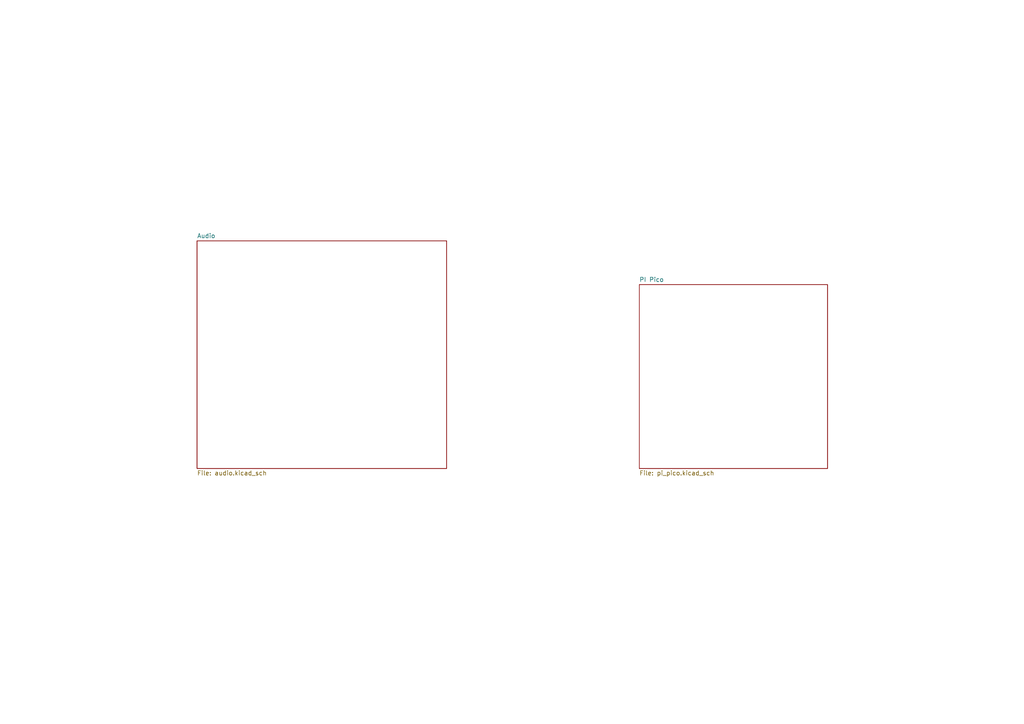
<source format=kicad_sch>
(kicad_sch (version 20230121) (generator eeschema)
  (paper "A4")
  (lib_symbols)
  (sheet (at 57.15 69.85) (size 72.39 66.04) (stroke (width 0.1524))
    (property "Sheetname" "Audio" (at 57.15 69.1384 0) (effects (justify left bottom)))
    (property "Sheetfile" "audio.kicad_sch" (at 57.15 136.4746 0) (effects (justify left top)))
  )
  (sheet (at 185.42 82.55) (size 54.61 53.34) (stroke (width 0.1524))
    (property "Sheetname" "PI Pico" (at 185.42 81.8384 0) (effects (justify left bottom)))
    (property "Sheetfile" "pi_pico.kicad_sch" (at 185.42 136.4746 0) (effects (justify left top)))
  )
)
</source>
